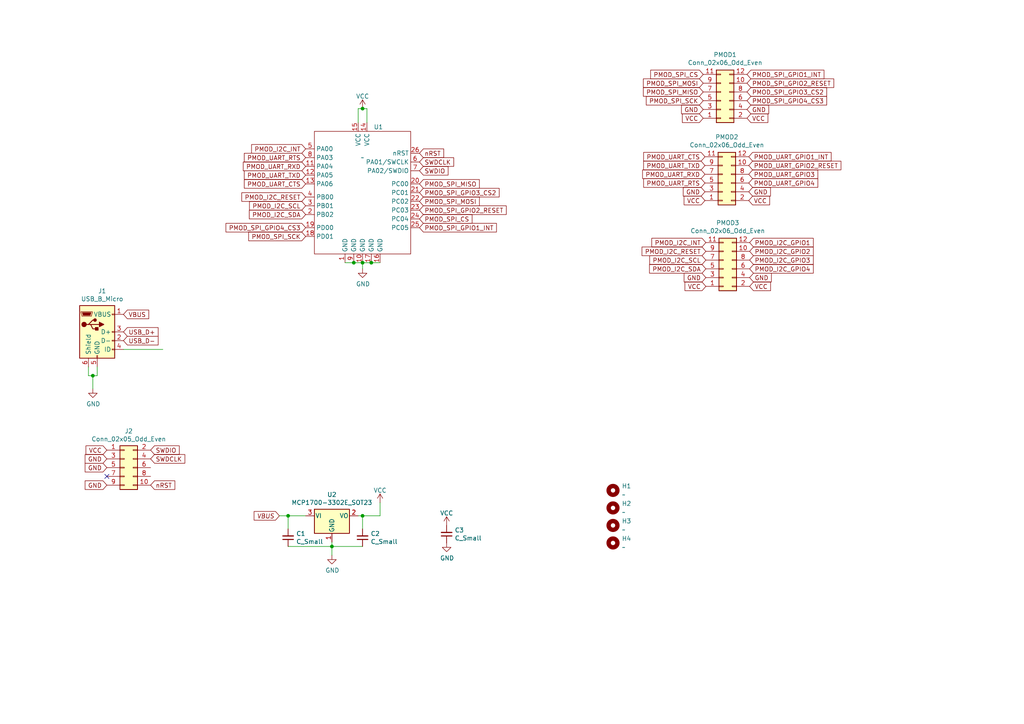
<source format=kicad_sch>
(kicad_sch (version 20230121) (generator eeschema)
  (paper "A4")
  (lib_symbols
    (symbol "AvS_Modules:E104-BT53"
      (property "Reference" "U1" (at 3.2259 17.78 0))
      (property "Value" "~" (at 0 8.89 0))
      (symbol "E104-BT53_0_1"
        (rectangle (start -13.97 16.51) (end 13.97 -19.05))
      )
      (symbol "E104-BT53_1_1"
        (pin input line (at -5.08 -21.59 90) (length 2.54) (name "GND") (number "1"))
        (pin input line (at 0 -21.59 90) (length 2.54) (name "GND") (number "10"))
        (pin input line (at -16.51 6.35 0) (length 2.54) (name "PA04") (number "11"))
        (pin input line (at -16.51 3.81 0) (length 2.54) (name "PA05") (number "12"))
        (pin input line (at -16.51 1.27 0) (length 2.54) (name "PA06") (number "13"))
        (pin input line (at 1.27 19.05 270) (length 2.54) (name "VCC") (number "14"))
        (pin input line (at -1.27 19.05 270) (length 2.54) (name "VCC") (number "15"))
        (pin input line (at 5.08 -21.59 90) (length 2.54) (name "GND") (number "16"))
        (pin input line (at 2.54 -21.59 90) (length 2.54) (name "GND") (number "17"))
        (pin input line (at -16.51 -13.97 0) (length 2.54) (name "PD01") (number "18"))
        (pin input line (at -16.51 -11.43 0) (length 2.54) (name "PD00") (number "19"))
        (pin input line (at -16.51 -7.62 0) (length 2.54) (name "PB02") (number "2"))
        (pin input line (at 16.51 1.27 180) (length 2.54) (name "PC00") (number "20"))
        (pin input line (at 16.51 -1.27 180) (length 2.54) (name "PC01") (number "21"))
        (pin input line (at 16.51 -3.81 180) (length 2.54) (name "PC02") (number "22"))
        (pin input line (at 16.51 -6.35 180) (length 2.54) (name "PC03") (number "23"))
        (pin input line (at 16.51 -8.89 180) (length 2.54) (name "PC04") (number "24"))
        (pin input line (at 16.51 -11.43 180) (length 2.54) (name "PC05") (number "25"))
        (pin input line (at 16.51 10.16 180) (length 2.54) (name "nRST") (number "26"))
        (pin input line (at -16.51 -5.08 0) (length 2.54) (name "PB01") (number "3"))
        (pin input line (at -16.51 -2.54 0) (length 2.54) (name "PB00") (number "4"))
        (pin input line (at -16.51 11.43 0) (length 2.54) (name "PA00") (number "5"))
        (pin input line (at 16.51 7.62 180) (length 2.54) (name "PA01/SWCLK") (number "6"))
        (pin input line (at 16.51 5.08 180) (length 2.54) (name "PA02/SWDIO") (number "7"))
        (pin input line (at -16.51 8.89 0) (length 2.54) (name "PA03") (number "8"))
        (pin input line (at -2.54 -21.59 90) (length 2.54) (name "GND") (number "9"))
      )
    )
    (symbol "Connector:USB_B_Micro" (pin_names (offset 1.016))
      (property "Reference" "J" (at -5.08 11.43 0))
      (property "Value" "USB_B_Micro" (at -5.08 8.89 0))
      (symbol "USB_B_Micro_0_1"
        (rectangle (start -5.08 -7.62) (end 5.08 7.62) (stroke (width 0.254)) (fill (type background)))
        (circle (center -3.81 2.159) (radius 0.635) (stroke (width 0.254)) (fill (type outline)))
        (circle (center -0.635 3.429) (radius 0.381) (stroke (width 0.254)) (fill (type outline)))
        (rectangle (start -0.127 -7.62) (end 0.127 -6.858))
        (polyline (pts (xy -1.905 2.159) (xy 0.635 2.159)) (stroke (width 0.254)))
        (polyline (pts (xy -3.175 2.159) (xy -2.54 2.159) (xy -1.27 3.429) (xy -0.635 3.429)) (stroke (width 0.254)))
        (polyline (pts (xy -2.54 2.159) (xy -1.905 2.159) (xy -1.27 0.889) (xy 0 0.889)) (stroke (width 0.254)))
        (polyline (pts (xy 0.635 2.794) (xy 0.635 1.524) (xy 1.905 2.159) (xy 0.635 2.794)) (stroke (width 0.254)) (fill (type outline)))
        (polyline (pts (xy -4.318 5.588) (xy -1.778 5.588) (xy -2.032 4.826) (xy -4.064 4.826) (xy -4.318 5.588)) (fill (type outline)))
        (polyline (pts (xy -4.699 5.842) (xy -4.699 5.588) (xy -4.445 4.826) (xy -4.445 4.572) (xy -1.651 4.572) (xy -1.651 4.826) (xy -1.397 5.588) (xy -1.397 5.842) (xy -4.699 5.842)))
        (rectangle (start 0.254 1.27) (end -0.508 0.508) (stroke (width 0.254)) (fill (type outline)))
        (rectangle (start 5.08 -5.207) (end 4.318 -4.953))
        (rectangle (start 5.08 -2.667) (end 4.318 -2.413))
        (rectangle (start 5.08 -0.127) (end 4.318 0.127))
        (rectangle (start 5.08 4.953) (end 4.318 5.207))
      )
      (symbol "USB_B_Micro_1_1"
        (pin power_out line (at 7.62 5.08 180) (length 2.54) (name "VBUS") (number "1"))
        (pin bidirectional line (at 7.62 -2.54 180) (length 2.54) (name "D-") (number "2"))
        (pin bidirectional line (at 7.62 0 180) (length 2.54) (name "D+") (number "3"))
        (pin passive line (at 7.62 -5.08 180) (length 2.54) (name "ID") (number "4"))
        (pin power_out line (at 0 -10.16 90) (length 2.54) (name "GND") (number "5"))
        (pin passive line (at -2.54 -10.16 90) (length 2.54) (name "Shield") (number "6"))
      )
    )
    (symbol "Connector_Generic:Conn_02x05_Odd_Even" (pin_names (offset 1.016) hide)
      (property "Reference" "J" (at 1.27 7.62 0))
      (property "Value" "Conn_02x05_Odd_Even" (at 1.27 -7.62 0))
      (symbol "Conn_02x05_Odd_Even_1_1"
        (rectangle (start -1.27 -4.953) (end 0 -5.207) (stroke (width 0.1524)))
        (rectangle (start -1.27 -2.413) (end 0 -2.667) (stroke (width 0.1524)))
        (rectangle (start -1.27 0.127) (end 0 -0.127) (stroke (width 0.1524)))
        (rectangle (start -1.27 2.667) (end 0 2.413) (stroke (width 0.1524)))
        (rectangle (start -1.27 5.207) (end 0 4.953) (stroke (width 0.1524)))
        (rectangle (start -1.27 6.35) (end 3.81 -6.35) (stroke (width 0.254)) (fill (type background)))
        (rectangle (start 3.81 -4.953) (end 2.54 -5.207) (stroke (width 0.1524)))
        (rectangle (start 3.81 -2.413) (end 2.54 -2.667) (stroke (width 0.1524)))
        (rectangle (start 3.81 0.127) (end 2.54 -0.127) (stroke (width 0.1524)))
        (rectangle (start 3.81 2.667) (end 2.54 2.413) (stroke (width 0.1524)))
        (rectangle (start 3.81 5.207) (end 2.54 4.953) (stroke (width 0.1524)))
        (pin passive line (at -5.08 5.08 0) (length 3.81) (name "Pin_1") (number "1"))
        (pin passive line (at 7.62 -5.08 180) (length 3.81) (name "Pin_10") (number "10"))
        (pin passive line (at 7.62 5.08 180) (length 3.81) (name "Pin_2") (number "2"))
        (pin passive line (at -5.08 2.54 0) (length 3.81) (name "Pin_3") (number "3"))
        (pin passive line (at 7.62 2.54 180) (length 3.81) (name "Pin_4") (number "4"))
        (pin passive line (at -5.08 0 0) (length 3.81) (name "Pin_5") (number "5"))
        (pin passive line (at 7.62 0 180) (length 3.81) (name "Pin_6") (number "6"))
        (pin passive line (at -5.08 -2.54 0) (length 3.81) (name "Pin_7") (number "7"))
        (pin passive line (at 7.62 -2.54 180) (length 3.81) (name "Pin_8") (number "8"))
        (pin passive line (at -5.08 -5.08 0) (length 3.81) (name "Pin_9") (number "9"))
      )
    )
    (symbol "Connector_Generic:Conn_02x06_Odd_Even" (pin_names (offset 1.016) hide)
      (property "Reference" "J" (at 1.27 7.62 0))
      (property "Value" "Conn_02x06_Odd_Even" (at 1.27 -10.16 0))
      (symbol "Conn_02x06_Odd_Even_1_1"
        (rectangle (start -1.27 -7.493) (end 0 -7.747) (stroke (width 0.1524)))
        (rectangle (start -1.27 -4.953) (end 0 -5.207) (stroke (width 0.1524)))
        (rectangle (start -1.27 -2.413) (end 0 -2.667) (stroke (width 0.1524)))
        (rectangle (start -1.27 0.127) (end 0 -0.127) (stroke (width 0.1524)))
        (rectangle (start -1.27 2.667) (end 0 2.413) (stroke (width 0.1524)))
        (rectangle (start -1.27 5.207) (end 0 4.953) (stroke (width 0.1524)))
        (rectangle (start -1.27 6.35) (end 3.81 -8.89) (stroke (width 0.254)) (fill (type background)))
        (rectangle (start 3.81 -7.493) (end 2.54 -7.747) (stroke (width 0.1524)))
        (rectangle (start 3.81 -4.953) (end 2.54 -5.207) (stroke (width 0.1524)))
        (rectangle (start 3.81 -2.413) (end 2.54 -2.667) (stroke (width 0.1524)))
        (rectangle (start 3.81 0.127) (end 2.54 -0.127) (stroke (width 0.1524)))
        (rectangle (start 3.81 2.667) (end 2.54 2.413) (stroke (width 0.1524)))
        (rectangle (start 3.81 5.207) (end 2.54 4.953) (stroke (width 0.1524)))
        (pin passive line (at -5.08 5.08 0) (length 3.81) (name "Pin_1") (number "1"))
        (pin passive line (at 7.62 -5.08 180) (length 3.81) (name "Pin_10") (number "10"))
        (pin passive line (at -5.08 -7.62 0) (length 3.81) (name "Pin_11") (number "11"))
        (pin passive line (at 7.62 -7.62 180) (length 3.81) (name "Pin_12") (number "12"))
        (pin passive line (at 7.62 5.08 180) (length 3.81) (name "Pin_2") (number "2"))
        (pin passive line (at -5.08 2.54 0) (length 3.81) (name "Pin_3") (number "3"))
        (pin passive line (at 7.62 2.54 180) (length 3.81) (name "Pin_4") (number "4"))
        (pin passive line (at -5.08 0 0) (length 3.81) (name "Pin_5") (number "5"))
        (pin passive line (at 7.62 0 180) (length 3.81) (name "Pin_6") (number "6"))
        (pin passive line (at -5.08 -2.54 0) (length 3.81) (name "Pin_7") (number "7"))
        (pin passive line (at 7.62 -2.54 180) (length 3.81) (name "Pin_8") (number "8"))
        (pin passive line (at -5.08 -5.08 0) (length 3.81) (name "Pin_9") (number "9"))
      )
    )
    (symbol "Device:C_Small" (pin_numbers hide) (pin_names (offset 0.254) hide)
      (property "Reference" "C" (at 0.254 1.778 0))
      (property "Value" "C_Small" (at 0.254 -2.032 0))
      (symbol "C_Small_0_1"
        (polyline (pts (xy -1.524 -0.508) (xy 1.524 -0.508)) (stroke (width 0.3302)))
        (polyline (pts (xy -1.524 0.508) (xy 1.524 0.508)) (stroke (width 0.3048)))
      )
      (symbol "C_Small_1_1"
        (pin passive line (at 0 2.54 270) (length 2.032) (name "~") (number "1"))
        (pin passive line (at 0 -2.54 90) (length 2.032) (name "~") (number "2"))
      )
    )
    (symbol "Mechanical:MountingHole" (pin_names (offset 1.016))
      (property "Reference" "H" (at 0 5.08 0))
      (property "Value" "MountingHole" (at 0 3.175 0))
      (symbol "MountingHole_0_1"
        (circle (center 0 0) (radius 1.27) (stroke (width 1.27)))
      )
    )
    (symbol "Regulator_Linear:MCP1700-3302E_SOT23" (pin_names (offset 0.254))
      (property "Reference" "U" (at -3.81 3.175 0))
      (property "Value" "Regulator_Linear_MCP1700-3302E_SOT23" (at 0 3.175 0))
      (symbol "MCP1700-3302E_SOT23_0_1"
        (rectangle (start -5.08 1.905) (end 5.08 -5.08) (stroke (width 0.254)) (fill (type background)))
      )
      (symbol "MCP1700-3302E_SOT23_1_1"
        (pin power_in line (at 0 -7.62 90) (length 2.54) (name "GND") (number "1"))
        (pin power_out line (at 7.62 0 180) (length 2.54) (name "VO") (number "2"))
        (pin power_in line (at -7.62 0 0) (length 2.54) (name "VI") (number "3"))
      )
    )
    (symbol "power:GND" (power) (pin_names (offset 0))
      (property "Value" "GND" (at 0 -3.81 0))
      (symbol "GND_0_1"
        (polyline (pts (xy 0 0) (xy 0 -1.27) (xy 1.27 -1.27) (xy 0 -2.54) (xy -1.27 -1.27) (xy 0 -1.27)))
      )
      (symbol "GND_1_1"
        (pin power_in line (at 0 0 270) (length 0) hide (name "GND") (number "1"))
      )
    )
    (symbol "power:VCC" (power) (pin_names (offset 0))
      (property "Value" "VCC" (at 0 3.81 0))
      (symbol "VCC_0_1"
        (polyline (pts (xy -0.762 1.27) (xy 0 2.54)))
        (polyline (pts (xy 0 0) (xy 0 2.54)))
        (polyline (pts (xy 0 2.54) (xy 0.762 1.27)))
      )
      (symbol "VCC_1_1"
        (pin power_in line (at 0 0 90) (length 0) hide (name "VCC") (number "1"))
      )
    )
  )
  (junction (at 105.156 31.496))
  (junction (at 96.266 158.496))
  (junction (at 107.696 76.2))
  (junction (at 102.616 76.2))
  (junction (at 105.156 76.2))
  (junction (at 26.924 108.966))
  (junction (at 105.156 149.606))
  (junction (at 83.566 149.606))
  (no_connect (at 30.988 138.176))
  (wire (pts (xy 88.646 149.606) (xy 83.566 149.606)))
  (wire (pts (xy 96.266 157.226) (xy 96.266 158.496)))
  (wire (pts (xy 103.886 31.496) (xy 105.156 31.496)))
  (wire (pts (xy 106.426 35.56) (xy 106.426 31.496)))
  (wire (pts (xy 96.266 158.496) (xy 96.266 161.036)))
  (wire (pts (xy 35.814 101.346) (xy 47.244 101.346)))
  (wire (pts (xy 26.924 108.966) (xy 25.654 108.966)))
  (wire (pts (xy 100.076 76.2) (xy 102.616 76.2)))
  (wire (pts (xy 105.156 149.606) (xy 110.236 149.606)))
  (wire (pts (xy 103.886 35.56) (xy 103.886 31.496)))
  (wire (pts (xy 25.654 108.966) (xy 25.654 106.426)))
  (wire (pts (xy 26.924 108.966) (xy 28.194 108.966)))
  (wire (pts (xy 103.886 149.606) (xy 105.156 149.606)))
  (wire (pts (xy 28.194 108.966) (xy 28.194 106.426)))
  (wire (pts (xy 107.696 76.2) (xy 110.236 76.2)))
  (wire (pts (xy 26.924 112.776) (xy 26.924 108.966)))
  (wire (pts (xy 83.566 153.416) (xy 83.566 149.606)))
  (wire (pts (xy 105.156 153.416) (xy 105.156 149.606)))
  (wire (pts (xy 105.156 76.2) (xy 105.156 77.978)))
  (wire (pts (xy 110.236 149.606) (xy 110.236 145.796)))
  (wire (pts (xy 105.156 31.496) (xy 106.426 31.496)))
  (wire (pts (xy 83.566 158.496) (xy 96.266 158.496)))
  (wire (pts (xy 81.026 149.606) (xy 83.566 149.606)))
  (wire (pts (xy 96.266 158.496) (xy 105.156 158.496)))
  (wire (pts (xy 102.616 76.2) (xy 105.156 76.2)))
  (wire (pts (xy 105.156 76.2) (xy 107.696 76.2)))
  (global_label "GND" (shape input) (at 217.424 80.518 0) (property "Intersheetrefs" "${INTERSHEET_REFS}" (effects hide)) (property "Intersheet-verwijzingen" "${INTERSHEET_REFS}" (effects hide)))
  (global_label "PMOD_SPI_GPIO2_RESET" (shape input) (at 121.666 60.96 0) (property "Intersheetrefs" "${INTERSHEET_REFS}" (effects hide)) (property "Intersheet-verwijzingen" "${INTERSHEET_REFS}" (effects hide)))
  (global_label "SWDCLK" (shape input) (at 43.688 133.096 0) (property "Intersheetrefs" "${INTERSHEET_REFS}" (effects hide)))
  (global_label "SWDIO" (shape input) (at 43.688 130.556 0) (property "Intersheetrefs" "${INTERSHEET_REFS}" (effects hide)))
  (global_label "PMOD_I2C_INT" (shape input) (at 204.724 70.358 180) (property "Intersheetrefs" "${INTERSHEET_REFS}" (effects hide)) (property "Intersheet-verwijzingen" "${INTERSHEET_REFS}" (effects hide)))
  (global_label "GND" (shape input) (at 216.662 31.75 0) (property "Intersheetrefs" "${INTERSHEET_REFS}" (effects hide)) (property "Intersheet-verwijzingen" "${INTERSHEET_REFS}" (effects hide)))
  (global_label "VCC" (shape input) (at 30.988 130.556 180) (property "Intersheetrefs" "${INTERSHEET_REFS}" (effects hide)) (property "Intersheet-verwijzingen" "${INTERSHEET_REFS}" (effects hide)))
  (global_label "PMOD_UART_GPIO4" (shape input) (at 217.17 53.086 0) (property "Intersheetrefs" "${INTERSHEET_REFS}" (effects hide)) (property "Intersheet-verwijzingen" "${INTERSHEET_REFS}" (effects hide)))
  (global_label "PMOD_UART_TXD" (shape input) (at 204.47 48.006 180) (property "Intersheetrefs" "${INTERSHEET_REFS}" (effects hide)) (property "Intersheet-verwijzingen" "${INTERSHEET_REFS}" (effects hide)))
  (global_label "PMOD_SPI_GPIO3_CS2" (shape input) (at 121.666 55.88 0) (property "Intersheetrefs" "${INTERSHEET_REFS}" (effects hide)) (property "Intersheet-verwijzingen" "${INTERSHEET_REFS}" (effects hide)))
  (global_label "PMOD_UART_RXD" (shape input) (at 88.646 48.26 180) (property "Intersheetrefs" "${INTERSHEET_REFS}" (effects hide)) (property "Intersheet-verwijzingen" "${INTERSHEET_REFS}" (effects hide)))
  (global_label "PMOD_SPI_GPIO4_CS3" (shape input) (at 88.646 66.04 180) (property "Intersheetrefs" "${INTERSHEET_REFS}" (effects hide)) (property "Intersheet-verwijzingen" "${INTERSHEET_REFS}" (effects hide)))
  (global_label "PMOD_SPI_GPIO1_INT" (shape input) (at 216.662 21.59 0) (property "Intersheetrefs" "${INTERSHEET_REFS}" (effects hide)) (property "Intersheet-verwijzingen" "${INTERSHEET_REFS}" (effects hide)))
  (global_label "GND" (shape input) (at 217.17 55.626 0) (property "Intersheetrefs" "${INTERSHEET_REFS}" (effects hide)) (property "Intersheet-verwijzingen" "${INTERSHEET_REFS}" (effects hide)))
  (global_label "PMOD_UART_RXD" (shape input) (at 204.47 50.546 180) (property "Intersheetrefs" "${INTERSHEET_REFS}" (effects hide)) (property "Intersheet-verwijzingen" "${INTERSHEET_REFS}" (effects hide)))
  (global_label "PMOD_I2C_SDA" (shape input) (at 88.646 62.23 180) (property "Intersheetrefs" "${INTERSHEET_REFS}" (effects hide)) (property "Intersheet-verwijzingen" "${INTERSHEET_REFS}" (effects hide)))
  (global_label "PMOD_SPI_GPIO4_CS3" (shape input) (at 216.662 29.21 0) (property "Intersheetrefs" "${INTERSHEET_REFS}" (effects hide)) (property "Intersheet-verwijzingen" "${INTERSHEET_REFS}" (effects hide)))
  (global_label "PMOD_I2C_GPIO3" (shape input) (at 217.424 75.438 0) (property "Intersheetrefs" "${INTERSHEET_REFS}" (effects hide)) (property "Intersheet-verwijzingen" "${INTERSHEET_REFS}" (effects hide)))
  (global_label "USB_D-" (shape input) (at 35.814 98.806 0) (property "Intersheetrefs" "${INTERSHEET_REFS}" (effects hide)) (property "Intersheet-verwijzingen" "${INTERSHEET_REFS}" (effects hide)))
  (global_label "SWDIO" (shape input) (at 121.666 49.53 0) (property "Intersheetrefs" "${INTERSHEET_REFS}" (effects hide)))
  (global_label "VBUS" (shape input) (at 35.814 91.186 0) (property "Intersheetrefs" "${INTERSHEET_REFS}" (effects hide)) (property "Intersheet-verwijzingen" "${INTERSHEET_REFS}" (effects hide)))
  (global_label "USB_D+" (shape input) (at 35.814 96.266 0) (property "Intersheetrefs" "${INTERSHEET_REFS}" (effects hide)) (property "Intersheet-verwijzingen" "${INTERSHEET_REFS}" (effects hide)))
  (global_label "PMOD_UART_GPIO1_INT" (shape input) (at 217.17 45.466 0) (property "Intersheetrefs" "${INTERSHEET_REFS}" (effects hide)) (property "Intersheet-verwijzingen" "${INTERSHEET_REFS}" (effects hide)))
  (global_label "PMOD_SPI_GPIO3_CS2" (shape input) (at 216.662 26.67 0) (property "Intersheetrefs" "${INTERSHEET_REFS}" (effects hide)) (property "Intersheet-verwijzingen" "${INTERSHEET_REFS}" (effects hide)))
  (global_label "PMOD_SPI_CS" (shape input) (at 203.962 21.59 180) (property "Intersheetrefs" "${INTERSHEET_REFS}" (effects hide)) (property "Intersheet-verwijzingen" "${INTERSHEET_REFS}" (effects hide)))
  (global_label "PMOD_SPI_MOSI" (shape input) (at 203.962 24.13 180) (property "Intersheetrefs" "${INTERSHEET_REFS}" (effects hide)) (property "Intersheet-verwijzingen" "${INTERSHEET_REFS}" (effects hide)))
  (global_label "VCC" (shape input) (at 217.424 83.058 0) (property "Intersheetrefs" "${INTERSHEET_REFS}" (effects hide)) (property "Intersheet-verwijzingen" "${INTERSHEET_REFS}" (effects hide)))
  (global_label "nRST" (shape input) (at 43.688 140.716 0) (property "Intersheetrefs" "${INTERSHEET_REFS}" (effects hide)))
  (global_label "PMOD_SPI_MOSI" (shape input) (at 121.666 58.42 0) (property "Intersheetrefs" "${INTERSHEET_REFS}" (effects hide)) (property "Intersheet-verwijzingen" "${INTERSHEET_REFS}" (effects hide)))
  (global_label "PMOD_SPI_SCK" (shape input) (at 203.962 29.21 180) (property "Intersheetrefs" "${INTERSHEET_REFS}" (effects hide)) (property "Intersheet-verwijzingen" "${INTERSHEET_REFS}" (effects hide)))
  (global_label "PMOD_UART_RTS" (shape input) (at 88.646 45.72 180) (property "Intersheetrefs" "${INTERSHEET_REFS}" (effects hide)) (property "Intersheet-verwijzingen" "${INTERSHEET_REFS}" (effects hide)))
  (global_label "GND" (shape input) (at 204.47 55.626 180) (property "Intersheetrefs" "${INTERSHEET_REFS}" (effects hide)) (property "Intersheet-verwijzingen" "${INTERSHEET_REFS}" (effects hide)))
  (global_label "VCC" (shape input) (at 204.724 83.058 180) (property "Intersheetrefs" "${INTERSHEET_REFS}" (effects hide)) (property "Intersheet-verwijzingen" "${INTERSHEET_REFS}" (effects hide)))
  (global_label "PMOD_I2C_SCL" (shape input) (at 204.724 75.438 180) (property "Intersheetrefs" "${INTERSHEET_REFS}" (effects hide)) (property "Intersheet-verwijzingen" "${INTERSHEET_REFS}" (effects hide)))
  (global_label "PMOD_I2C_GPIO4" (shape input) (at 217.424 77.978 0) (property "Intersheetrefs" "${INTERSHEET_REFS}" (effects hide)) (property "Intersheet-verwijzingen" "${INTERSHEET_REFS}" (effects hide)))
  (global_label "VCC" (shape input) (at 204.47 58.166 180) (property "Intersheetrefs" "${INTERSHEET_REFS}" (effects hide)) (property "Intersheet-verwijzingen" "${INTERSHEET_REFS}" (effects hide)))
  (global_label "SWDCLK" (shape input) (at 121.666 46.99 0) (property "Intersheetrefs" "${INTERSHEET_REFS}" (effects hide)))
  (global_label "PMOD_UART_CTS" (shape input) (at 204.47 45.466 180) (property "Intersheetrefs" "${INTERSHEET_REFS}" (effects hide)) (property "Intersheet-verwijzingen" "${INTERSHEET_REFS}" (effects hide)))
  (global_label "PMOD_SPI_MISO" (shape input) (at 203.962 26.67 180) (property "Intersheetrefs" "${INTERSHEET_REFS}" (effects hide)) (property "Intersheet-verwijzingen" "${INTERSHEET_REFS}" (effects hide)))
  (global_label "PMOD_UART_RTS" (shape input) (at 204.47 53.086 180) (property "Intersheetrefs" "${INTERSHEET_REFS}" (effects hide)) (property "Intersheet-verwijzingen" "${INTERSHEET_REFS}" (effects hide)))
  (global_label "VBUS" (shape input) (at 81.026 149.606 180) (effects (font italic)) (property "Intersheetrefs" "${INTERSHEET_REFS}" (effects hide)))
  (global_label "PMOD_SPI_GPIO2_RESET" (shape input) (at 216.662 24.13 0) (property "Intersheetrefs" "${INTERSHEET_REFS}" (effects hide)) (property "Intersheet-verwijzingen" "${INTERSHEET_REFS}" (effects hide)))
  (global_label "nRST" (shape input) (at 121.666 44.45 0) (property "Intersheetrefs" "${INTERSHEET_REFS}" (effects hide)))
  (global_label "PMOD_I2C_RESET" (shape input) (at 88.646 57.15 180) (property "Intersheetrefs" "${INTERSHEET_REFS}" (effects hide)) (property "Intersheet-verwijzingen" "${INTERSHEET_REFS}" (effects hide)))
  (global_label "PMOD_I2C_SCL" (shape input) (at 88.646 59.69 180) (property "Intersheetrefs" "${INTERSHEET_REFS}" (effects hide)) (property "Intersheet-verwijzingen" "${INTERSHEET_REFS}" (effects hide)))
  (global_label "GND" (shape input) (at 30.988 133.096 180) (property "Intersheetrefs" "${INTERSHEET_REFS}" (effects hide)) (property "Intersheet-verwijzingen" "${INTERSHEET_REFS}" (effects hide)))
  (global_label "PMOD_UART_GPIO2_RESET" (shape input) (at 217.17 48.006 0) (property "Intersheetrefs" "${INTERSHEET_REFS}" (effects hide)) (property "Intersheet-verwijzingen" "${INTERSHEET_REFS}" (effects hide)))
  (global_label "PMOD_I2C_INT" (shape input) (at 88.646 43.18 180) (property "Intersheetrefs" "${INTERSHEET_REFS}" (effects hide)) (property "Intersheet-verwijzingen" "${INTERSHEET_REFS}" (effects hide)))
  (global_label "PMOD_SPI_GPIO1_INT" (shape input) (at 121.666 66.04 0) (property "Intersheetrefs" "${INTERSHEET_REFS}" (effects hide)) (property "Intersheet-verwijzingen" "${INTERSHEET_REFS}" (effects hide)))
  (global_label "GND" (shape input) (at 30.988 140.716 180) (property "Intersheetrefs" "${INTERSHEET_REFS}" (effects hide)) (property "Intersheet-verwijzingen" "${INTERSHEET_REFS}" (effects hide)))
  (global_label "PMOD_SPI_MISO" (shape input) (at 121.666 53.34 0) (property "Intersheetrefs" "${INTERSHEET_REFS}" (effects hide)) (property "Intersheet-verwijzingen" "${INTERSHEET_REFS}" (effects hide)))
  (global_label "GND" (shape input) (at 203.962 31.75 180) (property "Intersheetrefs" "${INTERSHEET_REFS}" (effects hide)) (property "Intersheet-verwijzingen" "${INTERSHEET_REFS}" (effects hide)))
  (global_label "PMOD_UART_CTS" (shape input) (at 88.646 53.34 180) (property "Intersheetrefs" "${INTERSHEET_REFS}" (effects hide)) (property "Intersheet-verwijzingen" "${INTERSHEET_REFS}" (effects hide)))
  (global_label "PMOD_UART_TXD" (shape input) (at 88.646 50.8 180) (property "Intersheetrefs" "${INTERSHEET_REFS}" (effects hide)) (property "Intersheet-verwijzingen" "${INTERSHEET_REFS}" (effects hide)))
  (global_label "PMOD_SPI_SCK" (shape input) (at 88.646 68.58 180) (property "Intersheetrefs" "${INTERSHEET_REFS}" (effects hide)) (property "Intersheet-verwijzingen" "${INTERSHEET_REFS}" (effects hide)))
  (global_label "PMOD_UART_GPIO3" (shape input) (at 217.17 50.546 0) (property "Intersheetrefs" "${INTERSHEET_REFS}" (effects hide)) (property "Intersheet-verwijzingen" "${INTERSHEET_REFS}" (effects hide)))
  (global_label "PMOD_I2C_SDA" (shape input) (at 204.724 77.978 180) (property "Intersheetrefs" "${INTERSHEET_REFS}" (effects hide)) (property "Intersheet-verwijzingen" "${INTERSHEET_REFS}" (effects hide)))
  (global_label "GND" (shape input) (at 204.724 80.518 180) (property "Intersheetrefs" "${INTERSHEET_REFS}" (effects hide)) (property "Intersheet-verwijzingen" "${INTERSHEET_REFS}" (effects hide)))
  (global_label "PMOD_I2C_RESET" (shape input) (at 204.724 72.898 180) (property "Intersheetrefs" "${INTERSHEET_REFS}" (effects hide)) (property "Intersheet-verwijzingen" "${INTERSHEET_REFS}" (effects hide)))
  (global_label "PMOD_SPI_CS" (shape input) (at 121.666 63.5 0) (property "Intersheetrefs" "${INTERSHEET_REFS}" (effects hide)) (property "Intersheet-verwijzingen" "${INTERSHEET_REFS}" (effects hide)))
  (global_label "GND" (shape input) (at 30.988 135.636 180) (property "Intersheetrefs" "${INTERSHEET_REFS}" (effects hide)) (property "Intersheet-verwijzingen" "${INTERSHEET_REFS}" (effects hide)))
  (global_label "PMOD_I2C_GPIO2" (shape input) (at 217.424 72.898 0) (property "Intersheetrefs" "${INTERSHEET_REFS}" (effects hide)) (property "Intersheet-verwijzingen" "${INTERSHEET_REFS}" (effects hide)))
  (global_label "PMOD_I2C_GPIO1" (shape input) (at 217.424 70.358 0) (property "Intersheetrefs" "${INTERSHEET_REFS}" (effects hide)) (property "Intersheet-verwijzingen" "${INTERSHEET_REFS}" (effects hide)))
  (global_label "VCC" (shape input) (at 203.962 34.29 180) (property "Intersheetrefs" "${INTERSHEET_REFS}" (effects hide)) (property "Intersheet-verwijzingen" "${INTERSHEET_REFS}" (effects hide)))
  (global_label "VCC" (shape input) (at 217.17 58.166 0) (property "Intersheetrefs" "${INTERSHEET_REFS}" (effects hide)) (property "Intersheet-verwijzingen" "${INTERSHEET_REFS}" (effects hide)))
  (global_label "VCC" (shape input) (at 216.662 34.29 0) (property "Intersheetrefs" "${INTERSHEET_REFS}" (effects hide)) (property "Intersheet-verwijzingen" "${INTERSHEET_REFS}" (effects hide)))
  (symbol (lib_id "Connector_Generic:Conn_02x06_Odd_Even") (at 209.804 77.978 0) (mirror x) (unit 1)
    (property "Reference" "PMOD3" (at 211.074 64.643 0))
    (property "Value" "Conn_02x06_Odd_Even" (at 211.074 66.9544 0))
    (property "Footprint" "Connector_PinSocket_2.54mm:PinSocket_2x06_P2.54mm_Horizontal" (effects hide))
  )
  (symbol (lib_id "Connector_Generic:Conn_02x06_Odd_Even") (at 209.042 29.21 0) (mirror x) (unit 1)
    (property "Reference" "PMOD1" (at 210.312 15.875 0))
    (property "Value" "Conn_02x06_Odd_Even" (at 210.312 18.1864 0))
    (property "Footprint" "Connector_PinSocket_2.54mm:PinSocket_2x06_P2.54mm_Horizontal" (effects hide))
  )
  (symbol (lib_id "Connector_Generic:Conn_02x06_Odd_Even") (at 209.55 53.086 0) (mirror x) (unit 1)
    (property "Reference" "PMOD2" (at 210.82 39.751 0))
    (property "Value" "Conn_02x06_Odd_Even" (at 210.82 42.0624 0))
    (property "Footprint" "Connector_PinSocket_2.54mm:PinSocket_2x06_P2.54mm_Horizontal" (effects hide))
  )
  (symbol (lib_id "Connector:USB_B_Micro") (at 28.194 96.266 0) (unit 1)
    (property "Reference" "J1" (at 29.6418 84.4042 0))
    (property "Value" "USB_B_Micro" (at 29.6418 86.7156 0))
    (property "Footprint" "AvS_Connector:USB_Micro-B_XKB_U254-05XX-4BH806" (effects hide))
  )
  (symbol (lib_id "Regulator_Linear:MCP1700-3302E_SOT23") (at 96.266 149.606 0) (unit 1)
    (property "Reference" "U2" (at 96.266 143.4592 0))
    (property "Value" "MCP1700-3302E_SOT23" (at 96.266 145.7706 0))
    (property "Footprint" "Package_TO_SOT_SMD:SOT-23" (effects hide))
    (property "Datasheet" "http://ww1.microchip.com/downloads/en/DeviceDoc/20001826C.pdf" (effects hide))
  )
  (symbol (lib_id "Mechanical:MountingHole") (at 177.8 142.24 0) (unit 1)
    (property "Reference" "H1" (at 180.34 140.9699 0) (effects (justify left)))
    (property "Value" "~" (at 180.34 143.5099 0) (effects (justify left)))
    (property "Footprint" "MountingHole:MountingHole_3.2mm_M3_Pad_Via" (effects hide))
  )
  (symbol (lib_id "Device:C_Small") (at 105.156 155.956 180) (unit 1)
    (property "Reference" "C2" (at 107.4928 154.7876 0) (effects (justify right)))
    (property "Value" "C_Small" (at 107.4928 157.099 0) (effects (justify right)))
    (property "Footprint" "Capacitor_SMD:C_0805_2012Metric" (effects hide))
  )
  (symbol (lib_id "power:VCC") (at 105.156 31.496 0) (unit 1)
    (property "Reference" "#PWR04" (effects hide))
    (property "Value" "VCC" (at 105.156 27.94 0))
  )
  (symbol (lib_id "Device:C_Small") (at 129.54 154.94 180) (unit 1)
    (property "Reference" "C3" (at 131.8768 153.7716 0) (effects (justify right)))
    (property "Value" "C_Small" (at 131.8768 156.083 0) (effects (justify right)))
    (property "Footprint" "Capacitor_SMD:C_0805_2012Metric" (effects hide))
  )
  (symbol (lib_id "Mechanical:MountingHole") (at 177.8 152.4 0) (unit 1)
    (property "Reference" "H3" (at 180.34 151.1299 0) (effects (justify left)))
    (property "Value" "~" (at 180.34 153.6699 0) (effects (justify left)))
    (property "Footprint" "MountingHole:MountingHole_3.2mm_M3_Pad_Via" (effects hide))
  )
  (symbol (lib_id "power:GND") (at 26.924 112.776 0) (unit 1)
    (property "Reference" "#PWR01" (effects hide))
    (property "Value" "GND" (at 27.051 117.1702 0))
  )
  (symbol (lib_id "AvS_Modules:E104-BT53") (at 105.156 54.61 0) (unit 1)
    (property "Reference" "U1" (at 108.3819 36.83 0) (effects (justify left)))
    (property "Value" "~" (at 105.156 45.72 0))
    (property "Footprint" "AvS_Modules:E104-BT53" (effects hide))
  )
  (symbol (lib_id "power:GND") (at 129.54 157.48 0) (unit 1)
    (property "Reference" "#PWR05" (effects hide))
    (property "Value" "GND" (at 129.667 161.8742 0))
  )
  (symbol (lib_id "power:VCC") (at 129.54 152.4 0) (unit 1)
    (property "Reference" "#PWR06" (effects hide))
    (property "Value" "VCC" (at 129.54 148.844 0))
  )
  (symbol (lib_id "power:GND") (at 105.156 77.978 0) (unit 1)
    (property "Reference" "#PWR07" (effects hide))
    (property "Value" "GND" (at 105.283 82.3722 0))
  )
  (symbol (lib_id "power:GND") (at 96.266 161.036 0) (unit 1)
    (property "Reference" "#PWR02" (effects hide))
    (property "Value" "GND" (at 96.393 165.4302 0))
  )
  (symbol (lib_id "Connector_Generic:Conn_02x05_Odd_Even") (at 36.068 135.636 0) (unit 1)
    (property "Reference" "J2" (at 37.338 125.0442 0))
    (property "Value" "Conn_02x05_Odd_Even" (at 37.338 127.3556 0))
    (property "Footprint" "Connector_PinHeader_1.27mm:PinHeader_2x05_P1.27mm_Vertical" (effects hide))
  )
  (symbol (lib_id "power:VCC") (at 110.236 145.796 0) (unit 1)
    (property "Reference" "#PWR03" (effects hide))
    (property "Value" "VCC" (at 110.236 142.24 0))
  )
  (symbol (lib_id "Mechanical:MountingHole") (at 177.8 147.32 0) (unit 1)
    (property "Reference" "H2" (at 180.34 146.0499 0) (effects (justify left)))
    (property "Value" "~" (at 180.34 148.5899 0) (effects (justify left)))
    (property "Footprint" "MountingHole:MountingHole_3.2mm_M3_Pad_Via" (effects hide))
  )
  (symbol (lib_id "Device:C_Small") (at 83.566 155.956 180) (unit 1)
    (property "Reference" "C1" (at 85.9028 154.7876 0) (effects (justify right)))
    (property "Value" "C_Small" (at 85.9028 157.099 0) (effects (justify right)))
    (property "Footprint" "Capacitor_SMD:C_0805_2012Metric" (effects hide))
  )
  (symbol (lib_id "Mechanical:MountingHole") (at 177.8 157.48 0) (unit 1)
    (property "Reference" "H4" (at 180.34 156.2099 0) (effects (justify left)))
    (property "Value" "~" (at 180.34 158.7499 0) (effects (justify left)))
    (property "Footprint" "MountingHole:MountingHole_3.2mm_M3_Pad_Via" (effects hide))
  )
)
</source>
